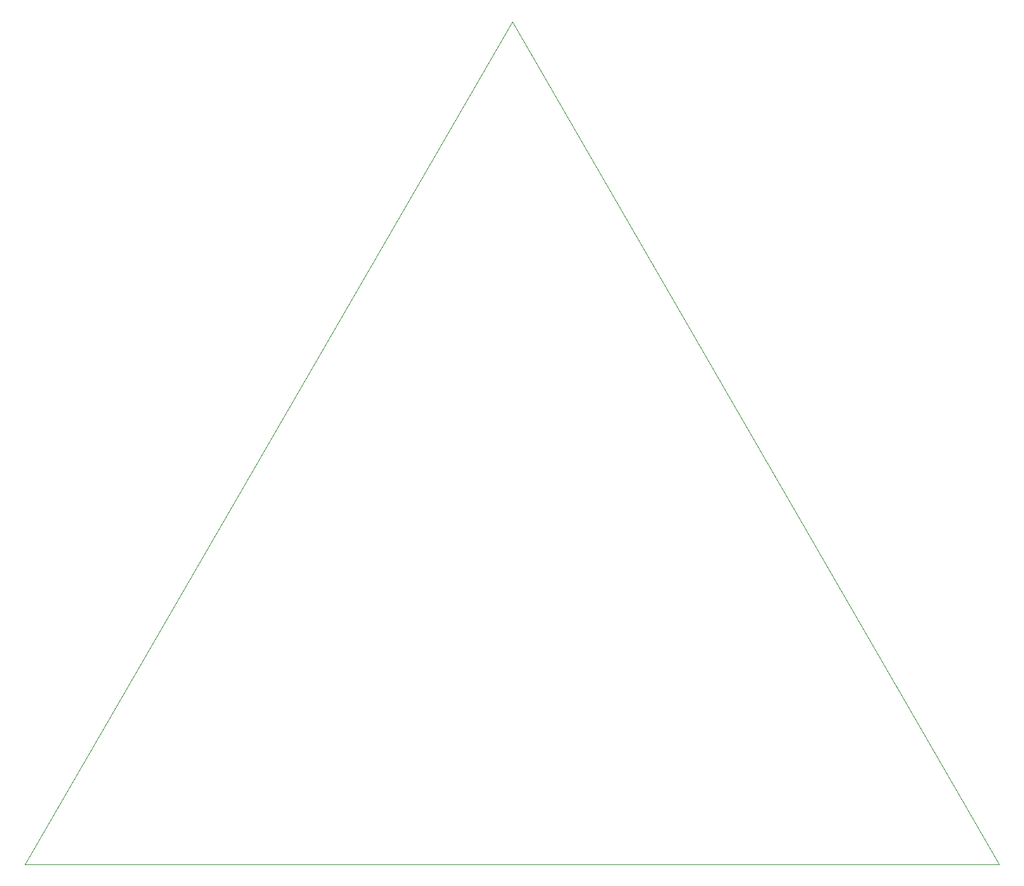
<source format=gbr>
G04 #@! TF.GenerationSoftware,KiCad,Pcbnew,(7.0.0)*
G04 #@! TF.CreationDate,2023-03-16T17:16:22-05:00*
G04 #@! TF.ProjectId,JJL_PCB,4a4a4c5f-5043-4422-9e6b-696361645f70,rev?*
G04 #@! TF.SameCoordinates,Original*
G04 #@! TF.FileFunction,Profile,NP*
%FSLAX46Y46*%
G04 Gerber Fmt 4.6, Leading zero omitted, Abs format (unit mm)*
G04 Created by KiCad (PCBNEW (7.0.0)) date 2023-03-16 17:16:22*
%MOMM*%
%LPD*%
G01*
G04 APERTURE LIST*
G04 #@! TA.AperFunction,Profile*
%ADD10C,0.100000*%
G04 #@! TD*
G04 APERTURE END LIST*
D10*
X269170000Y-201730000D02*
X204420000Y-89579710D01*
X139670000Y-201730000D02*
X269170000Y-201730000D01*
X139670000Y-201730000D02*
X204420000Y-89579710D01*
M02*

</source>
